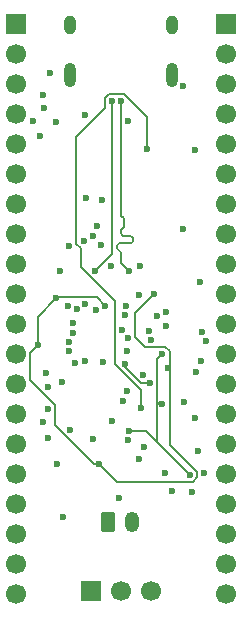
<source format=gbr>
%TF.GenerationSoftware,KiCad,Pcbnew,9.0.6*%
%TF.CreationDate,2026-01-01T23:14:18-05:00*%
%TF.ProjectId,rp2040 better,72703230-3430-4206-9265-747465722e6b,rev?*%
%TF.SameCoordinates,Original*%
%TF.FileFunction,Copper,L2,Inr*%
%TF.FilePolarity,Positive*%
%FSLAX46Y46*%
G04 Gerber Fmt 4.6, Leading zero omitted, Abs format (unit mm)*
G04 Created by KiCad (PCBNEW 9.0.6) date 2026-01-01 23:14:18*
%MOMM*%
%LPD*%
G01*
G04 APERTURE LIST*
G04 Aperture macros list*
%AMRoundRect*
0 Rectangle with rounded corners*
0 $1 Rounding radius*
0 $2 $3 $4 $5 $6 $7 $8 $9 X,Y pos of 4 corners*
0 Add a 4 corners polygon primitive as box body*
4,1,4,$2,$3,$4,$5,$6,$7,$8,$9,$2,$3,0*
0 Add four circle primitives for the rounded corners*
1,1,$1+$1,$2,$3*
1,1,$1+$1,$4,$5*
1,1,$1+$1,$6,$7*
1,1,$1+$1,$8,$9*
0 Add four rect primitives between the rounded corners*
20,1,$1+$1,$2,$3,$4,$5,0*
20,1,$1+$1,$4,$5,$6,$7,0*
20,1,$1+$1,$6,$7,$8,$9,0*
20,1,$1+$1,$8,$9,$2,$3,0*%
G04 Aperture macros list end*
%TA.AperFunction,HeatsinkPad*%
%ADD10O,1.000000X1.600000*%
%TD*%
%TA.AperFunction,HeatsinkPad*%
%ADD11O,1.000000X2.100000*%
%TD*%
%TA.AperFunction,ComponentPad*%
%ADD12C,1.700000*%
%TD*%
%TA.AperFunction,ComponentPad*%
%ADD13R,1.700000X1.700000*%
%TD*%
%TA.AperFunction,ComponentPad*%
%ADD14O,1.200000X1.750000*%
%TD*%
%TA.AperFunction,ComponentPad*%
%ADD15RoundRect,0.250000X-0.350000X-0.625000X0.350000X-0.625000X0.350000X0.625000X-0.350000X0.625000X0*%
%TD*%
%TA.AperFunction,ViaPad*%
%ADD16C,0.600000*%
%TD*%
%TA.AperFunction,Conductor*%
%ADD17C,0.200000*%
%TD*%
G04 APERTURE END LIST*
D10*
%TO.N,GND*%
%TO.C,J1*%
X196430000Y-55450000D03*
D11*
X196430000Y-59630000D03*
D10*
X205070000Y-55450000D03*
D11*
X205070000Y-59630000D03*
%TD*%
D12*
%TO.N,GPIO15*%
%TO.C,J3*%
X191860000Y-103630000D03*
%TO.N,GPIO14*%
X191860000Y-101090000D03*
%TO.N,GND*%
X191860000Y-98550000D03*
%TO.N,GPIO13*%
X191860000Y-96010000D03*
%TO.N,GPIO12*%
X191860000Y-93470000D03*
%TO.N,GPIO11*%
X191860000Y-90930000D03*
%TO.N,GPIO10*%
X191860000Y-88390000D03*
%TO.N,GND*%
X191860000Y-85850000D03*
%TO.N,GPIO9*%
X191860000Y-83310000D03*
%TO.N,GPIO8*%
X191860000Y-80770000D03*
%TO.N,GPIO7*%
X191860000Y-78230000D03*
%TO.N,GPIO6*%
X191860000Y-75690000D03*
%TO.N,GND*%
X191860000Y-73150000D03*
%TO.N,GPIO5*%
X191860000Y-70610000D03*
%TO.N,GPIO4*%
X191860000Y-68070000D03*
%TO.N,GPIO3*%
X191860000Y-65530000D03*
%TO.N,GPIO2*%
X191860000Y-62990000D03*
%TO.N,GND*%
X191860000Y-60450000D03*
%TO.N,GPIO1*%
X191860000Y-57910000D03*
D13*
%TO.N,GPIO0*%
X191860000Y-55370000D03*
%TD*%
D12*
%TO.N,GPIO16*%
%TO.C,J4*%
X209640000Y-103630000D03*
%TO.N,GPIO17*%
X209640000Y-101090000D03*
%TO.N,GND*%
X209640000Y-98550000D03*
%TO.N,GPIO18*%
X209640000Y-96010000D03*
%TO.N,GPIO19*%
X209640000Y-93470000D03*
%TO.N,GPIO20*%
X209640000Y-90930000D03*
%TO.N,GPIO21*%
X209640000Y-88390000D03*
%TO.N,GND*%
X209640000Y-85850000D03*
%TO.N,GPIO22*%
X209640000Y-83310000D03*
%TO.N,RUN*%
X209640000Y-80770000D03*
%TO.N,GPIO23*%
X209640000Y-78230000D03*
%TO.N,GPIO24*%
X209640000Y-75690000D03*
%TO.N,GND*%
X209640000Y-73150000D03*
%TO.N,GPIO26_ADC0*%
X209640000Y-70610000D03*
%TO.N,GPIO27_ADC1*%
X209640000Y-68070000D03*
%TO.N,+3V3*%
X209640000Y-65530000D03*
%TO.N,GPIO28_ADC2*%
X209640000Y-62990000D03*
%TO.N,GND*%
X209640000Y-60450000D03*
%TO.N,GPIO29_ADC3*%
X209640000Y-57910000D03*
D13*
%TO.N,VBUS*%
X209640000Y-55370000D03*
%TD*%
D14*
%TO.N,GND*%
%TO.C,J2*%
X201700000Y-97550000D03*
D15*
%TO.N,Net-(J2-Pin_1)*%
X199700000Y-97550000D03*
%TD*%
D12*
%TO.N,SWD*%
%TO.C,J5*%
X203290000Y-103390000D03*
%TO.N,GND*%
X200750000Y-103390000D03*
D13*
%TO.N,SWCLK*%
X198210000Y-103390000D03*
%TD*%
D16*
%TO.N,+3V3*%
X204745050Y-84453166D03*
X200894966Y-87275000D03*
%TO.N,GPIO23*%
X206800000Y-94975000D03*
X205125000Y-94900000D03*
%TO.N,+1V1*%
X199250000Y-83975000D03*
X198637500Y-79537500D03*
%TO.N,GND*%
X194553999Y-87936637D03*
X196451336Y-89700000D03*
X206050000Y-72750000D03*
X206100000Y-87325000D03*
X207275000Y-91525000D03*
X194250000Y-62425000D03*
X197800000Y-70094000D03*
X195575000Y-76225000D03*
X207000000Y-66025000D03*
X195825000Y-97100000D03*
X201396860Y-63525000D03*
X197700000Y-83875000D03*
X207424091Y-77225000D03*
X202300000Y-92175000D03*
%TO.N,+3V3*%
X195300000Y-78525000D03*
X203600000Y-78175000D03*
X199425000Y-79199000D03*
X193701473Y-82500000D03*
X199167618Y-70283854D03*
X198868153Y-92580929D03*
X198700000Y-72450000D03*
%TO.N,+1V1*%
X202250000Y-78275000D03*
X201199265Y-79200735D03*
%TO.N,BAT_OUT*%
X202456015Y-87881015D03*
X202976057Y-65950000D03*
%TO.N,Net-(J2-Pin_1)*%
X207050000Y-88700000D03*
X200625000Y-95475000D03*
%TO.N,VBUS*%
X204258871Y-87500000D03*
X206575000Y-93500000D03*
X204257871Y-83278859D03*
X201439281Y-89800869D03*
X206025000Y-60600000D03*
%TO.N,USB_D+*%
X198575000Y-76250000D03*
X199997286Y-61849535D03*
%TO.N,USB_D-*%
X201450000Y-76250000D03*
X200796860Y-61875716D03*
%TO.N,GPIO13*%
X196340823Y-83040514D03*
X194383949Y-84900000D03*
%TO.N,GPIO12*%
X195741600Y-85679696D03*
%TO.N,GPIO2*%
X197002826Y-79508993D03*
%TO.N,GPIO5*%
X196366080Y-82240911D03*
X197726000Y-63057776D03*
X194775000Y-59475000D03*
X194200000Y-61325000D03*
X195375000Y-92600000D03*
X193918000Y-64825000D03*
%TO.N,GPIO3*%
X196662501Y-80697848D03*
%TO.N,GPIO15*%
X194574000Y-90400000D03*
X194600000Y-86101000D03*
%TO.N,GPIO1*%
X196258912Y-79214722D03*
%TO.N,GPIO4*%
X196662498Y-81497850D03*
X193296765Y-63578235D03*
X195250735Y-63675735D03*
X198425000Y-90500000D03*
%TO.N,GPIO14*%
X196911764Y-84088236D03*
X194173000Y-89015430D03*
%TO.N,RUN*%
X207125000Y-84850000D03*
X201263000Y-86436000D03*
%TO.N,GPIO26_ADC0*%
X204560000Y-80935776D03*
%TO.N,GPIO27_ADC1*%
X203825000Y-80100000D03*
%TO.N,GPIO29_ADC3*%
X204617539Y-79733640D03*
%TO.N,GPIO24*%
X203126490Y-81325020D03*
X207548000Y-83850000D03*
X207625000Y-81468988D03*
X207756000Y-93375000D03*
%TO.N,GPIO28_ADC2*%
X201092073Y-79993523D03*
X198425000Y-73300000D03*
%TO.N,GPIO18*%
X202636765Y-85088235D03*
X201402000Y-90600000D03*
%TO.N,GPIO22*%
X207950000Y-82200000D03*
X203325000Y-82100000D03*
%TO.N,GPIO23*%
X204530000Y-93380000D03*
X201386169Y-81898586D03*
%TO.N,SWCLK*%
X201282500Y-83062794D03*
X200000000Y-88925000D03*
%TO.N,SWD*%
X203226000Y-85775000D03*
X201075000Y-84100000D03*
%TO.N,QSPI_SCLK*%
X199925000Y-75875000D03*
X197759014Y-79077982D03*
%TO.N,PG*%
X202725000Y-91200000D03*
X200862502Y-81293795D03*
%TO.N,QSPI_SD0*%
X202400000Y-75825000D03*
X199100764Y-74025764D03*
%TO.N,QSPI_SD2*%
X196400000Y-74175000D03*
X197600000Y-73750000D03*
%TD*%
D17*
%TO.N,+3V3*%
X200388224Y-94101000D02*
X198868153Y-92580929D01*
X206823943Y-94101000D02*
X200388224Y-94101000D01*
X207176000Y-93251057D02*
X207176000Y-93748943D01*
X204900000Y-90975057D02*
X207176000Y-93251057D01*
X204900000Y-83071045D02*
X204900000Y-90975057D01*
X204506814Y-82677859D02*
X204900000Y-83071045D01*
X202837169Y-82725000D02*
X203827859Y-82725000D01*
X201987169Y-81875000D02*
X202837169Y-82725000D01*
X203827859Y-82725000D02*
X203875000Y-82677859D01*
X203875000Y-82677859D02*
X204506814Y-82677859D01*
X207176000Y-93748943D02*
X206823943Y-94101000D01*
X201987169Y-79787831D02*
X201987169Y-81875000D01*
X203600000Y-78175000D02*
X201987169Y-79787831D01*
X193024000Y-83177473D02*
X193024000Y-85497608D01*
X193024000Y-85497608D02*
X195175999Y-87649607D01*
X195175999Y-87649607D02*
X195175999Y-89275999D01*
X198480929Y-92580929D02*
X198868153Y-92580929D01*
X195348018Y-78476982D02*
X195300000Y-78525000D01*
X195175999Y-89275999D02*
X198480929Y-92580929D01*
X199425000Y-79199000D02*
X198702982Y-78476982D01*
X193701473Y-82500000D02*
X193024000Y-83177473D01*
X193701473Y-80123527D02*
X193701473Y-82500000D01*
X195300000Y-78525000D02*
X193701473Y-80123527D01*
X198702982Y-78476982D02*
X195348018Y-78476982D01*
%TO.N,BAT_OUT*%
X202976057Y-63204970D02*
X202976057Y-65950000D01*
X196999000Y-64895764D02*
X199396286Y-62498478D01*
X199396286Y-61600592D02*
X199748343Y-61248535D01*
X200261502Y-84136445D02*
X200261502Y-78813441D01*
X197351057Y-74351000D02*
X196999000Y-73998943D01*
X200261502Y-78813441D02*
X197351057Y-75902996D01*
X197351057Y-75902996D02*
X197351057Y-74351000D01*
X199396286Y-62498478D02*
X199396286Y-61600592D01*
X201019622Y-61248535D02*
X202976057Y-63204970D01*
X202456015Y-87881015D02*
X202456015Y-86330958D01*
X199748343Y-61248535D02*
X201019622Y-61248535D01*
X202456015Y-86330958D02*
X200261502Y-84136445D01*
X196999000Y-73998943D02*
X196999000Y-64895764D01*
%TO.N,VBUS*%
X203826000Y-83710730D02*
X204257871Y-83278859D01*
X206575000Y-93500000D02*
X203826000Y-90751000D01*
X202875869Y-89800869D02*
X206575000Y-93500000D01*
X204258871Y-87500000D02*
X203976000Y-87500000D01*
X201439281Y-89800869D02*
X202875869Y-89800869D01*
X203826000Y-87350000D02*
X203826000Y-83710730D01*
X203976000Y-87500000D02*
X203826000Y-87350000D01*
X203826000Y-90751000D02*
X203826000Y-87350000D01*
%TO.N,USB_D+*%
X200000000Y-74575000D02*
X199997286Y-74572286D01*
X198575000Y-76250000D02*
X200000000Y-74825000D01*
X200000000Y-74825000D02*
X200000000Y-74575000D01*
X199997286Y-74145384D02*
X199997286Y-61849535D01*
X199997286Y-74274461D02*
X199997286Y-74145384D01*
X199997286Y-74572286D02*
X199997286Y-74274461D01*
%TO.N,USB_D-*%
X201000000Y-72575000D02*
X201000000Y-71775000D01*
X201036860Y-73920500D02*
X200796860Y-73920500D01*
X200396860Y-74120500D02*
X200396860Y-74320500D01*
X201305307Y-76105307D02*
X201450000Y-76250000D01*
X200975000Y-72600000D02*
X201000000Y-72575000D01*
X201796860Y-73560500D02*
X201796860Y-73680500D01*
X201000000Y-71775000D02*
X200796860Y-71571860D01*
X200796860Y-73920500D02*
X200596860Y-73920500D01*
X200796860Y-74920500D02*
X200796860Y-75596860D01*
X200796860Y-71571860D02*
X200796860Y-61875716D01*
X201556860Y-73920500D02*
X201036860Y-73920500D01*
X200796860Y-75596860D02*
X201305307Y-76105307D01*
X200796860Y-74720500D02*
X200796860Y-74920500D01*
X200796860Y-72778140D02*
X200975000Y-72600000D01*
X200796860Y-73080500D02*
X200796860Y-72778140D01*
X201036860Y-73320500D02*
X201556860Y-73320500D01*
X201556860Y-73320500D02*
G75*
G02*
X201796900Y-73560500I40J-240000D01*
G01*
X201796860Y-73680500D02*
G75*
G02*
X201556860Y-73920460I-239960J0D01*
G01*
X200796860Y-73080500D02*
G75*
G03*
X201036860Y-73320540I240040J0D01*
G01*
X200596860Y-74520500D02*
G75*
G02*
X200796900Y-74720500I40J-200000D01*
G01*
X200596860Y-73920500D02*
G75*
G03*
X200396900Y-74120500I40J-200000D01*
G01*
X200396860Y-74320500D02*
G75*
G03*
X200596860Y-74520540I200040J0D01*
G01*
%TO.N,SWD*%
X202440684Y-85748527D02*
X201075000Y-84382843D01*
X203226000Y-85775000D02*
X203199527Y-85748527D01*
X201075000Y-84382843D02*
X201075000Y-84100000D01*
X203199527Y-85748527D02*
X202440684Y-85748527D01*
%TD*%
M02*

</source>
